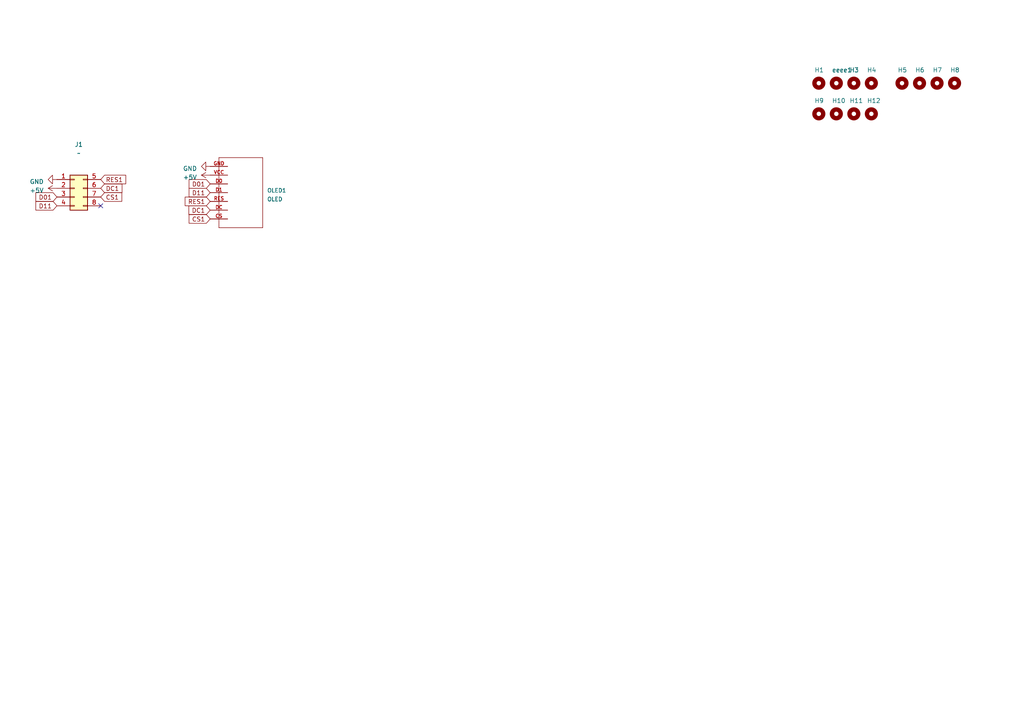
<source format=kicad_sch>
(kicad_sch (version 20230121) (generator eeschema)
  (paper "A4")
  (lib_symbols
    (symbol "Connector_Generic:Conn_02x04_Top_Bottom" (pin_names (offset 1.016) hide)
      (property "Reference" "J" (at 1.27 5.08 0))
      (property "Value" "Conn_02x04_Top_Bottom" (at 1.27 -7.62 0))
      (symbol "Conn_02x04_Top_Bottom_1_1"
        (rectangle (start -1.27 -4.953) (end 0 -5.207) (stroke (width 0.1524)))
        (rectangle (start -1.27 -2.413) (end 0 -2.667) (stroke (width 0.1524)))
        (rectangle (start -1.27 0.127) (end 0 -0.127) (stroke (width 0.1524)))
        (rectangle (start -1.27 2.667) (end 0 2.413) (stroke (width 0.1524)))
        (rectangle (start -1.27 3.81) (end 3.81 -6.35) (stroke (width 0.254)) (fill (type background)))
        (rectangle (start 3.81 -4.953) (end 2.54 -5.207) (stroke (width 0.1524)))
        (rectangle (start 3.81 -2.413) (end 2.54 -2.667) (stroke (width 0.1524)))
        (rectangle (start 3.81 0.127) (end 2.54 -0.127) (stroke (width 0.1524)))
        (rectangle (start 3.81 2.667) (end 2.54 2.413) (stroke (width 0.1524)))
        (pin passive line (at -5.08 2.54 0) (length 3.81) (name "Pin_1") (number "1"))
        (pin passive line (at -5.08 0 0) (length 3.81) (name "Pin_2") (number "2"))
        (pin passive line (at -5.08 -2.54 0) (length 3.81) (name "Pin_3") (number "3"))
        (pin passive line (at -5.08 -5.08 0) (length 3.81) (name "Pin_4") (number "4"))
        (pin passive line (at 7.62 2.54 180) (length 3.81) (name "Pin_5") (number "5"))
        (pin passive line (at 7.62 0 180) (length 3.81) (name "Pin_6") (number "6"))
        (pin passive line (at 7.62 -2.54 180) (length 3.81) (name "Pin_7") (number "7"))
        (pin passive line (at 7.62 -5.08 180) (length 3.81) (name "Pin_8") (number "8"))
      )
    )
    (symbol "Mechanical:MountingHole" (pin_names (offset 1.016))
      (property "Reference" "H" (at 0 5.08 0))
      (property "Value" "MountingHole" (at 0 3.175 0))
      (symbol "MountingHole_0_1"
        (circle (center 0 0) (radius 1.27) (stroke (width 1.27)))
      )
    )
    (symbol "ksir_2023:OLED" (pin_names (offset 1.016) hide)
      (property "Reference" "OLED" (at -10.414 12.954 0))
      (property "Value" "OLED" (at 10.16 12.954 0))
      (symbol "OLED_1_0"
        (polyline (pts (xy -10.16 0) (xy 10.16 0)))
        (polyline (pts (xy -10.16 12.7) (xy -10.16 0)))
        (polyline (pts (xy 10.16 0) (xy 10.16 12.7)))
        (polyline (pts (xy 10.16 12.7) (xy -10.16 12.7)))
      )
      (symbol "OLED_1_1"
        (pin bidirectional line (at 7.62 -2.54 90) (length 5.08) (name "CS") (number "CS"))
        (pin bidirectional line (at -2.54 -2.54 90) (length 5.08) (name "D0") (number "D0"))
        (pin bidirectional line (at 0 -2.54 90) (length 5.08) (name "D1") (number "D1"))
        (pin bidirectional line (at 5.08 -2.54 90) (length 5.08) (name "DC") (number "DC"))
        (pin bidirectional line (at -7.62 -2.54 90) (length 5.08) (name "GND") (number "GND"))
        (pin bidirectional line (at 2.54 -2.54 90) (length 5.08) (name "RES") (number "RES"))
        (pin bidirectional line (at -5.08 -2.54 90) (length 5.08) (name "VCC") (number "VCC"))
      )
    )
    (symbol "power:+5V" (power) (pin_names (offset 0))
      (property "Value" "+5V" (at 0 3.556 0))
      (symbol "+5V_0_1"
        (polyline (pts (xy -0.762 1.27) (xy 0 2.54)))
        (polyline (pts (xy 0 0) (xy 0 2.54)))
        (polyline (pts (xy 0 2.54) (xy 0.762 1.27)))
      )
      (symbol "+5V_1_1"
        (pin power_in line (at 0 0 90) (length 0) hide (name "+5V") (number "1"))
      )
    )
    (symbol "power:GND" (power) (pin_names (offset 0))
      (property "Value" "GND" (at 0 -3.81 0))
      (symbol "GND_0_1"
        (polyline (pts (xy 0 0) (xy 0 -1.27) (xy 1.27 -1.27) (xy 0 -2.54) (xy -1.27 -1.27) (xy 0 -1.27)))
      )
      (symbol "GND_1_1"
        (pin power_in line (at 0 0 270) (length 0) hide (name "GND") (number "1"))
      )
    )
  )
  (no_connect (at 29.21 59.69))
  (global_label "D01" (shape input) (at 16.51 57.15 180) (property "Intersheetrefs" "${INTERSHEET_REFS}" (effects hide)))
  (global_label "DC1" (shape input) (at 29.21 54.61 0) (property "Intersheetrefs" "${INTERSHEET_REFS}" (effects hide)))
  (global_label "CS1" (shape input) (at 29.21 57.15 0) (property "Intersheetrefs" "${INTERSHEET_REFS}" (effects hide)))
  (global_label "CS1" (shape input) (at 60.96 63.5 180) (property "Intersheetrefs" "${INTERSHEET_REFS}" (effects hide)))
  (global_label "D01" (shape input) (at 60.96 53.34 180) (property "Intersheetrefs" "${INTERSHEET_REFS}" (effects hide)))
  (global_label "D11" (shape input) (at 16.51 59.69 180) (property "Intersheetrefs" "${INTERSHEET_REFS}" (effects hide)))
  (global_label "DC1" (shape input) (at 60.96 60.96 180) (property "Intersheetrefs" "${INTERSHEET_REFS}" (effects hide)))
  (global_label "RES1" (shape input) (at 29.21 52.07 0) (property "Intersheetrefs" "${INTERSHEET_REFS}" (effects hide)))
  (global_label "RES1" (shape input) (at 60.96 58.42 180) (property "Intersheetrefs" "${INTERSHEET_REFS}" (effects hide)))
  (global_label "D11" (shape input) (at 60.96 55.88 180) (property "Intersheetrefs" "${INTERSHEET_REFS}" (effects hide)))
  (symbol (lib_id "Mechanical:MountingHole") (at 252.73 33.02 0) (unit 1)
    (property "Reference" "H12" (at 251.46 29.21 0) (effects (justify left)))
    (property "Value" "MountingHole" (effects hide))
    (property "Footprint" "MountingHole:MountingHole_2.2mm_M2" (effects hide))
  )
  (symbol (lib_id "Mechanical:MountingHole") (at 237.49 24.13 0) (unit 1)
    (property "Reference" "H1" (at 236.22 20.32 0) (effects (justify left)))
    (property "Value" "MountingHole" (effects hide))
    (property "Footprint" "MountingHole:MountingHole_2.2mm_M2" (effects hide))
  )
  (symbol (lib_id "Mechanical:MountingHole") (at 247.65 24.13 0) (unit 1)
    (property "Reference" "H3" (at 246.38 20.32 0) (effects (justify left)))
    (property "Value" "MountingHole" (effects hide))
    (property "Footprint" "MountingHole:MountingHole_2.2mm_M2" (effects hide))
  )
  (symbol (lib_id "Mechanical:MountingHole") (at 271.78 24.13 0) (unit 1)
    (property "Reference" "H7" (at 270.51 20.32 0) (effects (justify left)))
    (property "Value" "MountingHole" (effects hide))
    (property "Footprint" "MountingHole:MountingHole_2.2mm_M2" (effects hide))
  )
  (symbol (lib_id "power:+5V") (at 60.96 50.8 90) (unit 1)
    (property "Reference" "#PWR01" (effects hide))
    (property "Value" "+5V" (at 57.15 51.435 90) (effects (justify left)))
  )
  (symbol (lib_id "ksir_2023:OLED") (at 63.5 55.88 270) (unit 1)
    (property "Reference" "OLED1" (at 77.47 55.245 90) (effects (font (size 1.143 1.143)) (justify left)))
    (property "Value" "OLED" (at 77.47 57.785 90) (effects (font (size 1.143 1.143)) (justify left)))
    (property "Footprint" "oled:oled-OLED_STANDARD" (effects hide))
  )
  (symbol (lib_id "power:+5V") (at 16.51 54.61 90) (unit 1)
    (property "Reference" "#PWR02" (effects hide))
    (property "Value" "+5V" (at 12.7 55.245 90) (effects (justify left)))
  )
  (symbol (lib_id "Mechanical:MountingHole") (at 266.7 24.13 0) (unit 1)
    (property "Reference" "H6" (at 265.43 20.32 0) (effects (justify left)))
    (property "Value" "MountingHole" (effects hide))
    (property "Footprint" "MountingHole:MountingHole_2.2mm_M2" (effects hide))
  )
  (symbol (lib_id "power:GND") (at 60.96 48.26 270) (unit 1)
    (property "Reference" "#PWR03" (effects hide))
    (property "Value" "GND" (at 57.15 48.895 90) (effects (justify right)))
  )
  (symbol (lib_id "Mechanical:MountingHole") (at 252.73 24.13 0) (unit 1)
    (property "Reference" "H4" (at 251.46 20.32 0) (effects (justify left)))
    (property "Value" "MountingHole" (effects hide))
    (property "Footprint" "MountingHole:MountingHole_2.2mm_M2" (effects hide))
  )
  (symbol (lib_id "Mechanical:MountingHole") (at 276.86 24.13 0) (unit 1)
    (property "Reference" "H8" (at 275.59 20.32 0) (effects (justify left)))
    (property "Value" "MountingHole" (effects hide))
    (property "Footprint" "MountingHole:MountingHole_2.2mm_M2" (effects hide))
  )
  (symbol (lib_id "Mechanical:MountingHole") (at 247.65 33.02 0) (unit 1)
    (property "Reference" "H11" (at 246.38 29.21 0) (effects (justify left)))
    (property "Value" "MountingHole" (effects hide))
    (property "Footprint" "MountingHole:MountingHole_2.2mm_M2" (effects hide))
  )
  (symbol (lib_id "Mechanical:MountingHole") (at 242.57 24.13 0) (unit 1)
    (property "Reference" "eeee1" (at 241.3 20.32 0) (effects (justify left)))
    (property "Value" "MountingHole" (effects hide))
    (property "Footprint" "MountingHole:MountingHole_2.2mm_M2" (effects hide))
  )
  (symbol (lib_id "power:GND") (at 16.51 52.07 270) (unit 1)
    (property "Reference" "#PWR04" (effects hide))
    (property "Value" "GND" (at 12.7 52.705 90) (effects (justify right)))
  )
  (symbol (lib_id "Mechanical:MountingHole") (at 237.49 33.02 0) (unit 1)
    (property "Reference" "H9" (at 236.22 29.21 0) (effects (justify left)))
    (property "Value" "MountingHole" (effects hide))
    (property "Footprint" "MountingHole:MountingHole_2.2mm_M2" (effects hide))
  )
  (symbol (lib_id "Connector_Generic:Conn_02x04_Top_Bottom") (at 21.59 54.61 0) (unit 1)
    (property "Reference" "J1" (at 22.86 41.91 0))
    (property "Value" "~" (at 22.86 44.45 0))
    (property "Footprint" "Connector_PinHeader_2.54mm:PinHeader_2x04_P2.54mm_Vertical" (effects hide))
  )
  (symbol (lib_id "Mechanical:MountingHole") (at 261.62 24.13 0) (unit 1)
    (property "Reference" "H5" (at 260.35 20.32 0) (effects (justify left)))
    (property "Value" "MountingHole" (effects hide))
    (property "Footprint" "MountingHole:MountingHole_2.2mm_M2" (effects hide))
  )
  (symbol (lib_id "Mechanical:MountingHole") (at 242.57 33.02 0) (unit 1)
    (property "Reference" "H10" (at 241.3 29.21 0) (effects (justify left)))
    (property "Value" "MountingHole" (effects hide))
    (property "Footprint" "MountingHole:MountingHole_2.2mm_M2" (effects hide))
  )
)
</source>
